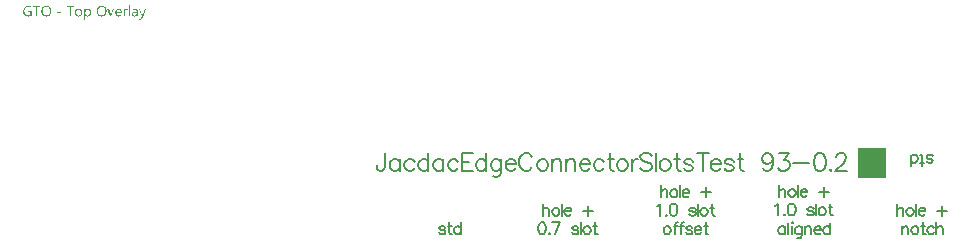
<source format=gto>
G04*
G04 #@! TF.GenerationSoftware,Altium Limited,Altium Designer,22.2.1 (43)*
G04*
G04 Layer_Color=65535*
%FSLAX44Y44*%
%MOMM*%
G71*
G04*
G04 #@! TF.SameCoordinates,D623FA85-85CE-4992-9740-CC304F3E23A8*
G04*
G04*
G04 #@! TF.FilePolarity,Positive*
G04*
G01*
G75*
%ADD10C,0.1500*%
%ADD11C,0.2000*%
%ADD12R,2.4797X2.5755*%
G36*
X177874Y279631D02*
X178000Y279623D01*
X178149Y279615D01*
X178306Y279600D01*
X178486Y279576D01*
X178675Y279553D01*
X178871Y279521D01*
X179075Y279482D01*
X179279Y279435D01*
X179483Y279380D01*
X179687Y279317D01*
X179891Y279247D01*
X180079Y279160D01*
X180079Y278006D01*
X180064Y278014D01*
X180032Y278038D01*
X179970Y278069D01*
X179891Y278116D01*
X179781Y278163D01*
X179656Y278226D01*
X179514Y278281D01*
X179350Y278352D01*
X179177Y278415D01*
X178981Y278477D01*
X178769Y278532D01*
X178541Y278579D01*
X178298Y278626D01*
X178047Y278658D01*
X177788Y278681D01*
X177513Y278689D01*
X177450Y278689D01*
X177372Y278681D01*
X177262Y278674D01*
X177136Y278658D01*
X176987Y278634D01*
X176822Y278603D01*
X176642Y278564D01*
X176453Y278509D01*
X176257Y278438D01*
X176053Y278352D01*
X175841Y278250D01*
X175637Y278132D01*
X175441Y277999D01*
X175245Y277834D01*
X175056Y277653D01*
X175049Y277645D01*
X175017Y277606D01*
X174970Y277551D01*
X174907Y277465D01*
X174837Y277363D01*
X174750Y277245D01*
X174664Y277096D01*
X174578Y276931D01*
X174491Y276751D01*
X174405Y276547D01*
X174319Y276327D01*
X174248Y276091D01*
X174185Y275840D01*
X174138Y275573D01*
X174107Y275283D01*
X174099Y274985D01*
X174099Y274977D01*
X174099Y274969D01*
X174099Y274946D01*
X174099Y274914D01*
X174099Y274867D01*
X174107Y274820D01*
X174114Y274702D01*
X174122Y274561D01*
X174146Y274396D01*
X174170Y274216D01*
X174209Y274019D01*
X174256Y273808D01*
X174319Y273588D01*
X174389Y273368D01*
X174476Y273140D01*
X174578Y272921D01*
X174695Y272709D01*
X174829Y272505D01*
X174986Y272316D01*
X174994Y272308D01*
X175025Y272277D01*
X175080Y272230D01*
X175151Y272167D01*
X175237Y272097D01*
X175347Y272010D01*
X175472Y271924D01*
X175621Y271838D01*
X175786Y271743D01*
X175967Y271657D01*
X176163Y271579D01*
X176383Y271500D01*
X176610Y271437D01*
X176861Y271390D01*
X177120Y271359D01*
X177403Y271351D01*
X177505Y271351D01*
X177576Y271359D01*
X177670Y271367D01*
X177772Y271374D01*
X177890Y271382D01*
X178023Y271406D01*
X178157Y271422D01*
X178306Y271453D01*
X178604Y271523D01*
X178761Y271571D01*
X178910Y271633D01*
X179059Y271696D01*
X179208Y271767D01*
X179208Y274270D01*
X177254Y274270D01*
X177254Y275220D01*
X180260Y275220D01*
X180260Y271170D01*
X180244Y271162D01*
X180197Y271139D01*
X180127Y271100D01*
X180025Y271053D01*
X179899Y270998D01*
X179750Y270935D01*
X179577Y270864D01*
X179381Y270794D01*
X179169Y270723D01*
X178934Y270652D01*
X178690Y270590D01*
X178431Y270535D01*
X178157Y270487D01*
X177866Y270448D01*
X177576Y270425D01*
X177270Y270417D01*
X177183Y270417D01*
X177144Y270425D01*
X177089Y270425D01*
X177026Y270433D01*
X176956Y270433D01*
X176791Y270456D01*
X176602Y270480D01*
X176399Y270519D01*
X176171Y270574D01*
X175928Y270637D01*
X175676Y270715D01*
X175417Y270817D01*
X175158Y270935D01*
X174899Y271076D01*
X174648Y271241D01*
X174405Y271429D01*
X174177Y271641D01*
X174162Y271657D01*
X174130Y271696D01*
X174067Y271767D01*
X173997Y271869D01*
X173903Y271987D01*
X173808Y272136D01*
X173699Y272316D01*
X173589Y272512D01*
X173479Y272732D01*
X173369Y272983D01*
X173275Y273250D01*
X173181Y273541D01*
X173110Y273847D01*
X173047Y274184D01*
X173016Y274537D01*
X173000Y274906D01*
X173000Y274914D01*
X173000Y274930D01*
X173000Y274961D01*
X173000Y275000D01*
X173008Y275047D01*
X173008Y275110D01*
X173016Y275173D01*
X173024Y275252D01*
X173031Y275338D01*
X173039Y275424D01*
X173071Y275628D01*
X173110Y275864D01*
X173165Y276107D01*
X173235Y276374D01*
X173322Y276649D01*
X173424Y276931D01*
X173549Y277214D01*
X173706Y277496D01*
X173879Y277779D01*
X174083Y278046D01*
X174311Y278305D01*
X174326Y278320D01*
X174373Y278360D01*
X174444Y278430D01*
X174546Y278517D01*
X174680Y278611D01*
X174829Y278729D01*
X175009Y278846D01*
X175221Y278972D01*
X175449Y279097D01*
X175700Y279215D01*
X175967Y279333D01*
X176265Y279427D01*
X176579Y279513D01*
X176909Y279584D01*
X177262Y279623D01*
X177631Y279639D01*
X177772Y279639D01*
X177874Y279631D01*
X177874Y279631D02*
G37*
G36*
X228074Y277080D02*
X228160Y277073D01*
X228262Y277065D01*
X228380Y277041D01*
X228513Y277017D01*
X228662Y276978D01*
X228811Y276931D01*
X228968Y276876D01*
X229125Y276806D01*
X229290Y276727D01*
X229447Y276625D01*
X229596Y276507D01*
X229745Y276374D01*
X229879Y276225D01*
X229887Y276217D01*
X229910Y276186D01*
X229942Y276138D01*
X229989Y276068D01*
X230036Y275982D01*
X230099Y275879D01*
X230161Y275754D01*
X230224Y275620D01*
X230287Y275464D01*
X230350Y275291D01*
X230413Y275103D01*
X230460Y274898D01*
X230507Y274679D01*
X230538Y274443D01*
X230562Y274192D01*
X230569Y273933D01*
X230569Y273925D01*
X230569Y273917D01*
X230569Y273894D01*
X230569Y273862D01*
X230562Y273776D01*
X230554Y273666D01*
X230546Y273533D01*
X230530Y273376D01*
X230507Y273203D01*
X230475Y273015D01*
X230428Y272819D01*
X230381Y272607D01*
X230318Y272395D01*
X230240Y272183D01*
X230154Y271971D01*
X230051Y271759D01*
X229926Y271563D01*
X229792Y271374D01*
X229785Y271367D01*
X229753Y271335D01*
X229714Y271288D01*
X229651Y271225D01*
X229573Y271155D01*
X229479Y271068D01*
X229361Y270982D01*
X229235Y270896D01*
X229094Y270809D01*
X228929Y270723D01*
X228757Y270637D01*
X228568Y270566D01*
X228364Y270503D01*
X228144Y270456D01*
X227909Y270425D01*
X227666Y270417D01*
X227611Y270417D01*
X227548Y270425D01*
X227461Y270433D01*
X227359Y270448D01*
X227242Y270472D01*
X227108Y270503D01*
X226959Y270550D01*
X226810Y270605D01*
X226653Y270676D01*
X226496Y270762D01*
X226331Y270864D01*
X226174Y270990D01*
X226025Y271131D01*
X225884Y271296D01*
X225751Y271484D01*
X225727Y271484D01*
X225727Y267638D01*
X224707Y267638D01*
X224707Y276939D01*
X225727Y276939D01*
X225727Y275817D01*
X225751Y275817D01*
X225758Y275832D01*
X225790Y275872D01*
X225829Y275934D01*
X225892Y276013D01*
X225970Y276115D01*
X226064Y276217D01*
X226182Y276335D01*
X226308Y276452D01*
X226457Y276570D01*
X226622Y276688D01*
X226802Y276790D01*
X226998Y276892D01*
X227210Y276970D01*
X227446Y277033D01*
X227689Y277073D01*
X227956Y277088D01*
X228011Y277088D01*
X228074Y277080D01*
X228074Y277080D02*
G37*
G36*
X260928Y277041D02*
X261014Y277041D01*
X261108Y277025D01*
X261210Y277010D01*
X261313Y276994D01*
X261399Y276963D01*
X261399Y275903D01*
X261383Y275911D01*
X261352Y275934D01*
X261289Y275966D01*
X261203Y276005D01*
X261085Y276044D01*
X260959Y276076D01*
X260802Y276099D01*
X260622Y276107D01*
X260559Y276107D01*
X260512Y276099D01*
X260457Y276091D01*
X260394Y276076D01*
X260245Y276029D01*
X260159Y275997D01*
X260072Y275958D01*
X259978Y275903D01*
X259884Y275848D01*
X259798Y275777D01*
X259704Y275691D01*
X259617Y275597D01*
X259531Y275487D01*
X259523Y275479D01*
X259515Y275456D01*
X259492Y275424D01*
X259460Y275377D01*
X259429Y275314D01*
X259390Y275236D01*
X259350Y275150D01*
X259311Y275047D01*
X259272Y274938D01*
X259233Y274812D01*
X259193Y274671D01*
X259162Y274522D01*
X259131Y274357D01*
X259107Y274184D01*
X259099Y274004D01*
X259091Y273808D01*
X259091Y270566D01*
X258071Y270566D01*
X258071Y276939D01*
X259091Y276939D01*
X259091Y275620D01*
X259115Y275620D01*
X259115Y275628D01*
X259123Y275652D01*
X259138Y275683D01*
X259154Y275730D01*
X259178Y275785D01*
X259209Y275856D01*
X259280Y276005D01*
X259374Y276178D01*
X259492Y276350D01*
X259625Y276515D01*
X259782Y276672D01*
X259790Y276680D01*
X259806Y276688D01*
X259829Y276704D01*
X259860Y276735D01*
X259900Y276758D01*
X259955Y276790D01*
X260072Y276861D01*
X260222Y276931D01*
X260394Y276994D01*
X260583Y277033D01*
X260685Y277041D01*
X260787Y277049D01*
X260849Y277049D01*
X260928Y277041D01*
X260928Y277041D02*
G37*
G36*
X205234Y273713D02*
X201836Y273713D01*
X201836Y274514D01*
X205234Y274514D01*
X205234Y273713D01*
X205234Y273713D02*
G37*
G36*
X274216Y269546D02*
X274216Y269538D01*
X274208Y269522D01*
X274192Y269499D01*
X274176Y269459D01*
X274161Y269412D01*
X274137Y269365D01*
X274074Y269240D01*
X273988Y269090D01*
X273894Y268918D01*
X273776Y268745D01*
X273643Y268557D01*
X273493Y268376D01*
X273329Y268196D01*
X273148Y268023D01*
X272952Y267874D01*
X272740Y267748D01*
X272630Y267701D01*
X272512Y267654D01*
X272395Y267615D01*
X272269Y267591D01*
X272144Y267576D01*
X272010Y267568D01*
X271947Y267568D01*
X271869Y267576D01*
X271775Y267576D01*
X271673Y267591D01*
X271563Y267607D01*
X271445Y267623D01*
X271343Y267654D01*
X271343Y268565D01*
X271359Y268557D01*
X271398Y268549D01*
X271461Y268533D01*
X271539Y268510D01*
X271633Y268486D01*
X271735Y268470D01*
X271845Y268463D01*
X271947Y268455D01*
X271979Y268455D01*
X272018Y268463D01*
X272073Y268470D01*
X272136Y268486D01*
X272214Y268502D01*
X272293Y268533D01*
X272387Y268572D01*
X272473Y268619D01*
X272575Y268682D01*
X272669Y268753D01*
X272764Y268839D01*
X272858Y268949D01*
X272952Y269067D01*
X273030Y269208D01*
X273109Y269373D01*
X273619Y270574D01*
X271131Y276939D01*
X272261Y276939D01*
X273988Y272034D01*
X273988Y272026D01*
X273996Y272010D01*
X274004Y271987D01*
X274019Y271940D01*
X274035Y271877D01*
X274051Y271790D01*
X274082Y271681D01*
X274114Y271547D01*
X274153Y271547D01*
X274153Y271555D01*
X274161Y271579D01*
X274168Y271610D01*
X274184Y271665D01*
X274200Y271728D01*
X274216Y271806D01*
X274247Y271908D01*
X274278Y272018D01*
X276091Y276939D01*
X277143Y276939D01*
X274216Y269546D01*
X274216Y269546D02*
G37*
G36*
X247774Y270566D02*
X246769Y270566D01*
X244359Y276939D01*
X245474Y276939D01*
X247099Y272308D01*
X247099Y272300D01*
X247106Y272285D01*
X247114Y272261D01*
X247130Y272222D01*
X247146Y272175D01*
X247162Y272128D01*
X247193Y272002D01*
X247232Y271869D01*
X247271Y271720D01*
X247295Y271563D01*
X247318Y271414D01*
X247342Y271414D01*
X247342Y271422D01*
X247342Y271437D01*
X247350Y271461D01*
X247358Y271492D01*
X247358Y271539D01*
X247373Y271586D01*
X247389Y271704D01*
X247421Y271838D01*
X247452Y271979D01*
X247499Y272128D01*
X247546Y272277D01*
X249233Y276939D01*
X250309Y276939D01*
X247774Y270566D01*
X247774Y270566D02*
G37*
G36*
X267999Y277080D02*
X268054Y277080D01*
X268109Y277073D01*
X268180Y277065D01*
X268258Y277049D01*
X268423Y277017D01*
X268619Y276963D01*
X268816Y276892D01*
X269028Y276790D01*
X269240Y276664D01*
X269342Y276594D01*
X269444Y276507D01*
X269538Y276413D01*
X269632Y276319D01*
X269718Y276209D01*
X269797Y276084D01*
X269875Y275958D01*
X269946Y275817D01*
X270001Y275660D01*
X270056Y275495D01*
X270095Y275322D01*
X270126Y275126D01*
X270142Y274930D01*
X270150Y274710D01*
X270150Y270566D01*
X269130Y270566D01*
X269130Y271555D01*
X269106Y271555D01*
X269098Y271539D01*
X269075Y271508D01*
X269035Y271453D01*
X268981Y271374D01*
X268910Y271288D01*
X268824Y271194D01*
X268729Y271092D01*
X268612Y270990D01*
X268478Y270880D01*
X268337Y270778D01*
X268172Y270684D01*
X267999Y270597D01*
X267803Y270519D01*
X267599Y270464D01*
X267379Y270433D01*
X267144Y270417D01*
X267050Y270417D01*
X266987Y270425D01*
X266908Y270433D01*
X266814Y270440D01*
X266712Y270456D01*
X266602Y270480D01*
X266359Y270542D01*
X266241Y270582D01*
X266116Y270629D01*
X265990Y270684D01*
X265872Y270754D01*
X265763Y270833D01*
X265653Y270919D01*
X265645Y270927D01*
X265629Y270943D01*
X265606Y270974D01*
X265566Y271013D01*
X265527Y271060D01*
X265488Y271123D01*
X265433Y271194D01*
X265386Y271272D01*
X265339Y271367D01*
X265292Y271469D01*
X265245Y271579D01*
X265205Y271696D01*
X265166Y271822D01*
X265143Y271955D01*
X265127Y272104D01*
X265119Y272253D01*
X265119Y272261D01*
X265119Y272277D01*
X265119Y272300D01*
X265127Y272332D01*
X265127Y272371D01*
X265135Y272418D01*
X265150Y272536D01*
X265182Y272677D01*
X265229Y272834D01*
X265292Y273007D01*
X265386Y273187D01*
X265496Y273368D01*
X265629Y273548D01*
X265716Y273635D01*
X265802Y273721D01*
X265904Y273808D01*
X266006Y273886D01*
X266124Y273964D01*
X266249Y274035D01*
X266383Y274098D01*
X266532Y274161D01*
X266689Y274216D01*
X266854Y274263D01*
X267034Y274302D01*
X267222Y274333D01*
X269130Y274600D01*
X269130Y274608D01*
X269130Y274616D01*
X269130Y274639D01*
X269130Y274671D01*
X269122Y274749D01*
X269106Y274851D01*
X269090Y274977D01*
X269059Y275118D01*
X269020Y275259D01*
X268965Y275416D01*
X268894Y275565D01*
X268808Y275715D01*
X268706Y275848D01*
X268580Y275974D01*
X268423Y276076D01*
X268251Y276154D01*
X268157Y276186D01*
X268047Y276209D01*
X267937Y276217D01*
X267819Y276225D01*
X267764Y276225D01*
X267709Y276217D01*
X267623Y276209D01*
X267521Y276201D01*
X267403Y276186D01*
X267270Y276162D01*
X267128Y276131D01*
X266971Y276084D01*
X266807Y276036D01*
X266634Y275974D01*
X266453Y275895D01*
X266273Y275801D01*
X266092Y275699D01*
X265912Y275581D01*
X265739Y275440D01*
X265739Y276484D01*
X265747Y276492D01*
X265778Y276507D01*
X265833Y276539D01*
X265904Y276578D01*
X265998Y276625D01*
X266100Y276672D01*
X266226Y276727D01*
X266367Y276790D01*
X266516Y276845D01*
X266681Y276900D01*
X266861Y276947D01*
X267050Y276994D01*
X267254Y277033D01*
X267458Y277065D01*
X267678Y277080D01*
X267905Y277088D01*
X267960Y277088D01*
X267999Y277080D01*
X267999Y277080D02*
G37*
G36*
X263526Y270566D02*
X262505Y270566D01*
X262505Y280000D01*
X263526Y280000D01*
X263526Y270566D01*
X263526Y270566D02*
G37*
G36*
X215971Y278540D02*
X213397Y278540D01*
X213397Y270566D01*
X212353Y270566D01*
X212353Y278540D01*
X209779Y278540D01*
X209779Y279490D01*
X215971Y279490D01*
X215971Y278540D01*
X215971Y278540D02*
G37*
G36*
X187606Y278540D02*
X185032Y278540D01*
X185032Y270566D01*
X183988Y270566D01*
X183988Y278540D01*
X181414Y278540D01*
X181414Y279490D01*
X187606Y279490D01*
X187606Y278540D01*
X187606Y278540D02*
G37*
G36*
X254029Y277080D02*
X254115Y277073D01*
X254225Y277065D01*
X254343Y277049D01*
X254476Y277017D01*
X254618Y276986D01*
X254775Y276947D01*
X254932Y276892D01*
X255089Y276821D01*
X255253Y276743D01*
X255410Y276649D01*
X255560Y276539D01*
X255709Y276413D01*
X255842Y276272D01*
X255850Y276264D01*
X255873Y276233D01*
X255905Y276186D01*
X255952Y276123D01*
X255999Y276044D01*
X256062Y275942D01*
X256125Y275825D01*
X256187Y275691D01*
X256250Y275534D01*
X256313Y275369D01*
X256376Y275181D01*
X256423Y274985D01*
X256470Y274765D01*
X256501Y274537D01*
X256525Y274286D01*
X256533Y274027D01*
X256533Y273493D01*
X252028Y273493D01*
X252028Y273478D01*
X252028Y273446D01*
X252035Y273391D01*
X252043Y273321D01*
X252051Y273227D01*
X252067Y273125D01*
X252083Y273015D01*
X252114Y272889D01*
X252185Y272622D01*
X252232Y272489D01*
X252287Y272348D01*
X252349Y272214D01*
X252420Y272081D01*
X252506Y271963D01*
X252600Y271845D01*
X252608Y271838D01*
X252624Y271822D01*
X252656Y271790D01*
X252703Y271759D01*
X252757Y271712D01*
X252828Y271665D01*
X252907Y271610D01*
X252993Y271563D01*
X253095Y271508D01*
X253213Y271453D01*
X253330Y271406D01*
X253472Y271359D01*
X253613Y271327D01*
X253770Y271296D01*
X253935Y271280D01*
X254107Y271272D01*
X254155Y271272D01*
X254209Y271280D01*
X254288Y271280D01*
X254382Y271296D01*
X254492Y271312D01*
X254618Y271335D01*
X254759Y271359D01*
X254908Y271398D01*
X255065Y271445D01*
X255230Y271500D01*
X255395Y271571D01*
X255567Y271649D01*
X255740Y271743D01*
X255913Y271853D01*
X256085Y271979D01*
X256085Y271021D01*
X256077Y271013D01*
X256046Y270998D01*
X255999Y270966D01*
X255936Y270927D01*
X255850Y270880D01*
X255748Y270833D01*
X255630Y270778D01*
X255497Y270723D01*
X255340Y270660D01*
X255175Y270605D01*
X254994Y270558D01*
X254798Y270511D01*
X254586Y270472D01*
X254359Y270440D01*
X254115Y270425D01*
X253864Y270417D01*
X253801Y270417D01*
X253739Y270425D01*
X253644Y270433D01*
X253527Y270440D01*
X253393Y270464D01*
X253252Y270487D01*
X253095Y270527D01*
X252930Y270574D01*
X252757Y270629D01*
X252577Y270699D01*
X252404Y270778D01*
X252224Y270880D01*
X252059Y270998D01*
X251894Y271131D01*
X251745Y271280D01*
X251737Y271288D01*
X251714Y271319D01*
X251674Y271374D01*
X251627Y271445D01*
X251565Y271531D01*
X251502Y271641D01*
X251431Y271767D01*
X251360Y271916D01*
X251290Y272073D01*
X251219Y272261D01*
X251156Y272458D01*
X251094Y272677D01*
X251047Y272913D01*
X251007Y273164D01*
X250984Y273439D01*
X250976Y273721D01*
X250976Y273729D01*
X250976Y273737D01*
X250976Y273760D01*
X250976Y273784D01*
X250984Y273862D01*
X250992Y273972D01*
X250999Y274098D01*
X251023Y274239D01*
X251047Y274404D01*
X251078Y274585D01*
X251125Y274773D01*
X251180Y274969D01*
X251251Y275173D01*
X251329Y275377D01*
X251423Y275573D01*
X251541Y275777D01*
X251667Y275966D01*
X251816Y276146D01*
X251824Y276154D01*
X251855Y276186D01*
X251902Y276233D01*
X251965Y276296D01*
X252051Y276366D01*
X252153Y276445D01*
X252263Y276531D01*
X252397Y276617D01*
X252538Y276704D01*
X252703Y276790D01*
X252875Y276868D01*
X253056Y276939D01*
X253252Y277002D01*
X253464Y277049D01*
X253684Y277080D01*
X253911Y277088D01*
X253966Y277088D01*
X254029Y277080D01*
X254029Y277080D02*
G37*
G36*
X239705Y279631D02*
X239760Y279631D01*
X239815Y279623D01*
X239886Y279623D01*
X240043Y279600D01*
X240223Y279576D01*
X240427Y279537D01*
X240647Y279482D01*
X240875Y279419D01*
X241118Y279333D01*
X241361Y279231D01*
X241612Y279113D01*
X241864Y278972D01*
X242099Y278807D01*
X242335Y278611D01*
X242554Y278391D01*
X242570Y278375D01*
X242601Y278336D01*
X242656Y278265D01*
X242735Y278163D01*
X242813Y278038D01*
X242915Y277889D01*
X243017Y277716D01*
X243119Y277520D01*
X243221Y277292D01*
X243323Y277049D01*
X243426Y276782D01*
X243512Y276492D01*
X243582Y276178D01*
X243637Y275848D01*
X243669Y275503D01*
X243685Y275134D01*
X243685Y275126D01*
X243685Y275110D01*
X243685Y275079D01*
X243685Y275040D01*
X243677Y274985D01*
X243677Y274922D01*
X243669Y274851D01*
X243669Y274773D01*
X243661Y274687D01*
X243653Y274592D01*
X243622Y274380D01*
X243590Y274137D01*
X243543Y273886D01*
X243480Y273611D01*
X243402Y273329D01*
X243308Y273046D01*
X243198Y272756D01*
X243064Y272473D01*
X242908Y272191D01*
X242727Y271932D01*
X242523Y271681D01*
X242507Y271665D01*
X242468Y271625D01*
X242405Y271563D01*
X242311Y271484D01*
X242193Y271390D01*
X242052Y271280D01*
X241895Y271170D01*
X241707Y271053D01*
X241495Y270935D01*
X241259Y270817D01*
X241008Y270707D01*
X240734Y270613D01*
X240435Y270535D01*
X240121Y270472D01*
X239784Y270433D01*
X239431Y270417D01*
X239344Y270417D01*
X239305Y270425D01*
X239250Y270425D01*
X239187Y270433D01*
X239117Y270440D01*
X238952Y270456D01*
X238771Y270480D01*
X238559Y270519D01*
X238340Y270574D01*
X238096Y270637D01*
X237853Y270723D01*
X237602Y270825D01*
X237343Y270943D01*
X237092Y271084D01*
X236848Y271257D01*
X236605Y271445D01*
X236385Y271665D01*
X236370Y271681D01*
X236338Y271720D01*
X236283Y271790D01*
X236205Y271892D01*
X236119Y272018D01*
X236024Y272167D01*
X235922Y272340D01*
X235820Y272544D01*
X235710Y272764D01*
X235608Y273007D01*
X235514Y273274D01*
X235428Y273564D01*
X235349Y273878D01*
X235294Y274208D01*
X235263Y274553D01*
X235247Y274922D01*
X235247Y274930D01*
X235247Y274946D01*
X235247Y274977D01*
X235247Y275016D01*
X235255Y275071D01*
X235255Y275126D01*
X235263Y275197D01*
X235263Y275275D01*
X235271Y275361D01*
X235287Y275464D01*
X235310Y275668D01*
X235341Y275903D01*
X235396Y276154D01*
X235451Y276429D01*
X235530Y276704D01*
X235624Y276986D01*
X235734Y277276D01*
X235867Y277559D01*
X236024Y277834D01*
X236205Y278101D01*
X236409Y278352D01*
X236425Y278368D01*
X236464Y278407D01*
X236527Y278470D01*
X236621Y278556D01*
X236738Y278650D01*
X236888Y278760D01*
X237052Y278878D01*
X237241Y278995D01*
X237461Y279113D01*
X237696Y279231D01*
X237955Y279341D01*
X238238Y279435D01*
X238544Y279521D01*
X238866Y279584D01*
X239211Y279623D01*
X239580Y279639D01*
X239658Y279639D01*
X239705Y279631D01*
X239705Y279631D02*
G37*
G36*
X220186Y277080D02*
X220288Y277073D01*
X220406Y277065D01*
X220547Y277041D01*
X220696Y277017D01*
X220861Y276978D01*
X221041Y276931D01*
X221222Y276876D01*
X221402Y276806D01*
X221591Y276719D01*
X221771Y276617D01*
X221952Y276500D01*
X222117Y276366D01*
X222274Y276209D01*
X222281Y276201D01*
X222305Y276170D01*
X222344Y276115D01*
X222399Y276044D01*
X222462Y275958D01*
X222525Y275848D01*
X222603Y275723D01*
X222674Y275573D01*
X222752Y275409D01*
X222823Y275228D01*
X222886Y275032D01*
X222948Y274812D01*
X223004Y274577D01*
X223043Y274326D01*
X223066Y274059D01*
X223074Y273776D01*
X223074Y273768D01*
X223074Y273760D01*
X223074Y273737D01*
X223074Y273705D01*
X223066Y273627D01*
X223058Y273525D01*
X223051Y273391D01*
X223027Y273242D01*
X223004Y273078D01*
X222964Y272897D01*
X222917Y272709D01*
X222862Y272505D01*
X222792Y272300D01*
X222713Y272097D01*
X222611Y271892D01*
X222493Y271696D01*
X222360Y271508D01*
X222211Y271327D01*
X222203Y271319D01*
X222171Y271288D01*
X222124Y271241D01*
X222054Y271186D01*
X221968Y271115D01*
X221865Y271037D01*
X221740Y270958D01*
X221599Y270872D01*
X221442Y270786D01*
X221269Y270707D01*
X221081Y270629D01*
X220877Y270558D01*
X220649Y270503D01*
X220413Y270456D01*
X220170Y270425D01*
X219903Y270417D01*
X219841Y270417D01*
X219770Y270425D01*
X219668Y270433D01*
X219550Y270440D01*
X219409Y270464D01*
X219260Y270487D01*
X219095Y270527D01*
X218914Y270574D01*
X218734Y270637D01*
X218545Y270707D01*
X218357Y270794D01*
X218169Y270896D01*
X217980Y271013D01*
X217808Y271147D01*
X217643Y271304D01*
X217635Y271312D01*
X217604Y271343D01*
X217564Y271398D01*
X217509Y271469D01*
X217447Y271555D01*
X217376Y271665D01*
X217305Y271790D01*
X217227Y271940D01*
X217148Y272097D01*
X217070Y272277D01*
X216999Y272473D01*
X216936Y272685D01*
X216882Y272905D01*
X216842Y273148D01*
X216811Y273407D01*
X216803Y273674D01*
X216803Y273682D01*
X216803Y273690D01*
X216803Y273713D01*
X216803Y273745D01*
X216811Y273831D01*
X216819Y273941D01*
X216827Y274074D01*
X216850Y274231D01*
X216874Y274404D01*
X216913Y274592D01*
X216960Y274788D01*
X217015Y274993D01*
X217086Y275205D01*
X217172Y275416D01*
X217274Y275620D01*
X217384Y275817D01*
X217517Y276005D01*
X217674Y276186D01*
X217682Y276193D01*
X217714Y276225D01*
X217768Y276272D01*
X217839Y276327D01*
X217925Y276397D01*
X218035Y276468D01*
X218161Y276555D01*
X218302Y276641D01*
X218459Y276719D01*
X218640Y276806D01*
X218836Y276876D01*
X219048Y276947D01*
X219275Y277002D01*
X219519Y277049D01*
X219778Y277080D01*
X220052Y277088D01*
X220115Y277088D01*
X220186Y277080D01*
X220186Y277080D02*
G37*
G36*
X192880Y279631D02*
X192936Y279631D01*
X192990Y279623D01*
X193061Y279623D01*
X193218Y279600D01*
X193398Y279576D01*
X193603Y279537D01*
X193822Y279482D01*
X194050Y279419D01*
X194293Y279333D01*
X194537Y279231D01*
X194788Y279113D01*
X195039Y278972D01*
X195274Y278807D01*
X195510Y278611D01*
X195730Y278391D01*
X195745Y278375D01*
X195777Y278336D01*
X195832Y278265D01*
X195910Y278163D01*
X195989Y278038D01*
X196091Y277889D01*
X196193Y277716D01*
X196295Y277520D01*
X196397Y277292D01*
X196499Y277049D01*
X196601Y276782D01*
X196687Y276492D01*
X196758Y276178D01*
X196813Y275848D01*
X196844Y275503D01*
X196860Y275134D01*
X196860Y275126D01*
X196860Y275110D01*
X196860Y275079D01*
X196860Y275040D01*
X196852Y274985D01*
X196852Y274922D01*
X196844Y274851D01*
X196844Y274773D01*
X196836Y274687D01*
X196828Y274592D01*
X196797Y274380D01*
X196766Y274137D01*
X196719Y273886D01*
X196656Y273611D01*
X196577Y273329D01*
X196483Y273046D01*
X196373Y272756D01*
X196240Y272473D01*
X196083Y272191D01*
X195902Y271932D01*
X195698Y271681D01*
X195683Y271665D01*
X195643Y271625D01*
X195581Y271563D01*
X195486Y271484D01*
X195368Y271390D01*
X195227Y271280D01*
X195070Y271170D01*
X194882Y271053D01*
X194670Y270935D01*
X194435Y270817D01*
X194183Y270707D01*
X193909Y270613D01*
X193610Y270535D01*
X193297Y270472D01*
X192959Y270433D01*
X192606Y270417D01*
X192519Y270417D01*
X192480Y270425D01*
X192425Y270425D01*
X192362Y270433D01*
X192292Y270440D01*
X192127Y270456D01*
X191947Y270480D01*
X191735Y270519D01*
X191515Y270574D01*
X191272Y270637D01*
X191028Y270723D01*
X190777Y270825D01*
X190518Y270943D01*
X190267Y271084D01*
X190024Y271257D01*
X189780Y271445D01*
X189561Y271665D01*
X189545Y271681D01*
X189513Y271720D01*
X189459Y271790D01*
X189380Y271892D01*
X189294Y272018D01*
X189200Y272167D01*
X189097Y272340D01*
X188995Y272544D01*
X188886Y272764D01*
X188784Y273007D01*
X188689Y273274D01*
X188603Y273564D01*
X188525Y273878D01*
X188470Y274208D01*
X188438Y274553D01*
X188423Y274922D01*
X188423Y274930D01*
X188423Y274946D01*
X188423Y274977D01*
X188423Y275016D01*
X188430Y275071D01*
X188430Y275126D01*
X188438Y275197D01*
X188438Y275275D01*
X188446Y275361D01*
X188462Y275464D01*
X188485Y275668D01*
X188517Y275903D01*
X188572Y276154D01*
X188627Y276429D01*
X188705Y276704D01*
X188799Y276986D01*
X188909Y277276D01*
X189043Y277559D01*
X189200Y277834D01*
X189380Y278101D01*
X189584Y278352D01*
X189600Y278368D01*
X189639Y278407D01*
X189702Y278470D01*
X189796Y278556D01*
X189914Y278650D01*
X190063Y278760D01*
X190228Y278878D01*
X190416Y278995D01*
X190636Y279113D01*
X190871Y279231D01*
X191130Y279341D01*
X191413Y279435D01*
X191719Y279521D01*
X192041Y279584D01*
X192386Y279623D01*
X192755Y279639D01*
X192833Y279639D01*
X192880Y279631D01*
X192880Y279631D02*
G37*
%LPC*%
G36*
X227705Y276225D02*
X227618Y276225D01*
X227556Y276217D01*
X227477Y276209D01*
X227391Y276193D01*
X227297Y276170D01*
X227187Y276146D01*
X227077Y276115D01*
X226959Y276076D01*
X226841Y276021D01*
X226724Y275966D01*
X226606Y275895D01*
X226488Y275809D01*
X226371Y275715D01*
X226269Y275605D01*
X226261Y275597D01*
X226245Y275573D01*
X226221Y275542D01*
X226182Y275495D01*
X226143Y275432D01*
X226096Y275361D01*
X226049Y275275D01*
X226002Y275181D01*
X225947Y275071D01*
X225900Y274953D01*
X225853Y274828D01*
X225813Y274687D01*
X225774Y274537D01*
X225751Y274388D01*
X225735Y274223D01*
X225727Y274051D01*
X225727Y273164D01*
X225727Y273156D01*
X225727Y273132D01*
X225727Y273085D01*
X225735Y273030D01*
X225743Y272960D01*
X225751Y272881D01*
X225766Y272795D01*
X225790Y272701D01*
X225853Y272489D01*
X225892Y272379D01*
X225939Y272261D01*
X226002Y272151D01*
X226072Y272034D01*
X226151Y271924D01*
X226237Y271822D01*
X226245Y271814D01*
X226261Y271798D01*
X226292Y271775D01*
X226331Y271735D01*
X226378Y271696D01*
X226441Y271649D01*
X226512Y271602D01*
X226598Y271547D01*
X226684Y271500D01*
X226786Y271445D01*
X226896Y271398D01*
X227006Y271359D01*
X227132Y271319D01*
X227265Y271296D01*
X227407Y271280D01*
X227548Y271272D01*
X227587Y271272D01*
X227634Y271280D01*
X227705Y271280D01*
X227775Y271296D01*
X227870Y271312D01*
X227972Y271335D01*
X228074Y271359D01*
X228191Y271398D01*
X228309Y271445D01*
X228427Y271500D01*
X228552Y271571D01*
X228670Y271649D01*
X228788Y271743D01*
X228898Y271853D01*
X229000Y271979D01*
X229008Y271987D01*
X229023Y272010D01*
X229047Y272049D01*
X229086Y272112D01*
X229125Y272183D01*
X229165Y272269D01*
X229212Y272379D01*
X229267Y272497D01*
X229314Y272630D01*
X229361Y272779D01*
X229400Y272936D01*
X229447Y273117D01*
X229479Y273305D01*
X229502Y273509D01*
X229518Y273729D01*
X229526Y273957D01*
X229526Y273972D01*
X229526Y274004D01*
X229526Y274059D01*
X229518Y274129D01*
X229510Y274223D01*
X229502Y274326D01*
X229486Y274435D01*
X229463Y274561D01*
X229408Y274828D01*
X229369Y274969D01*
X229314Y275103D01*
X229259Y275244D01*
X229196Y275377D01*
X229118Y275503D01*
X229031Y275620D01*
X229023Y275628D01*
X229008Y275644D01*
X228984Y275675D01*
X228945Y275715D01*
X228890Y275762D01*
X228835Y275809D01*
X228764Y275864D01*
X228686Y275927D01*
X228592Y275982D01*
X228498Y276036D01*
X228388Y276084D01*
X228270Y276131D01*
X228136Y276170D01*
X228003Y276201D01*
X227862Y276217D01*
X227705Y276225D01*
X227705Y276225D02*
G37*
G36*
X269130Y273784D02*
X267591Y273572D01*
X267584Y273572D01*
X267560Y273564D01*
X267521Y273564D01*
X267474Y273556D01*
X267419Y273541D01*
X267348Y273525D01*
X267191Y273493D01*
X267018Y273446D01*
X266846Y273384D01*
X266673Y273305D01*
X266595Y273266D01*
X266524Y273219D01*
X266508Y273203D01*
X266469Y273172D01*
X266406Y273109D01*
X266343Y273015D01*
X266281Y272889D01*
X266249Y272819D01*
X266218Y272740D01*
X266194Y272654D01*
X266179Y272552D01*
X266171Y272450D01*
X266163Y272332D01*
X266163Y272324D01*
X266163Y272308D01*
X266163Y272285D01*
X266171Y272253D01*
X266179Y272167D01*
X266202Y272057D01*
X266241Y271940D01*
X266304Y271806D01*
X266383Y271681D01*
X266493Y271563D01*
X266500Y271563D01*
X266508Y271547D01*
X266555Y271516D01*
X266626Y271469D01*
X266728Y271422D01*
X266861Y271367D01*
X267011Y271319D01*
X267191Y271288D01*
X267387Y271272D01*
X267458Y271272D01*
X267513Y271280D01*
X267576Y271288D01*
X267654Y271304D01*
X267733Y271319D01*
X267827Y271343D01*
X268023Y271406D01*
X268125Y271445D01*
X268235Y271500D01*
X268337Y271563D01*
X268439Y271633D01*
X268541Y271712D01*
X268635Y271806D01*
X268643Y271814D01*
X268659Y271830D01*
X268682Y271861D01*
X268714Y271900D01*
X268753Y271955D01*
X268792Y272018D01*
X268839Y272089D01*
X268886Y272175D01*
X268926Y272269D01*
X268973Y272371D01*
X269012Y272481D01*
X269051Y272599D01*
X269083Y272724D01*
X269106Y272858D01*
X269122Y272999D01*
X269130Y273148D01*
X269130Y273784D01*
X269130Y273784D02*
G37*
G36*
X253896Y276225D02*
X253825Y276225D01*
X253778Y276217D01*
X253715Y276209D01*
X253637Y276201D01*
X253558Y276186D01*
X253472Y276162D01*
X253276Y276099D01*
X253174Y276060D01*
X253071Y276005D01*
X252969Y275950D01*
X252859Y275879D01*
X252765Y275801D01*
X252663Y275707D01*
X252656Y275699D01*
X252640Y275683D01*
X252616Y275652D01*
X252585Y275613D01*
X252546Y275558D01*
X252498Y275503D01*
X252451Y275424D01*
X252397Y275346D01*
X252341Y275252D01*
X252294Y275150D01*
X252239Y275040D01*
X252192Y274922D01*
X252145Y274788D01*
X252106Y274655D01*
X252067Y274506D01*
X252043Y274357D01*
X255489Y274357D01*
X255489Y274365D01*
X255489Y274396D01*
X255489Y274443D01*
X255481Y274506D01*
X255473Y274577D01*
X255465Y274663D01*
X255450Y274757D01*
X255434Y274859D01*
X255379Y275079D01*
X255301Y275314D01*
X255253Y275424D01*
X255198Y275534D01*
X255136Y275636D01*
X255057Y275730D01*
X255049Y275738D01*
X255042Y275754D01*
X255018Y275777D01*
X254979Y275809D01*
X254939Y275848D01*
X254884Y275887D01*
X254830Y275934D01*
X254759Y275982D01*
X254680Y276021D01*
X254594Y276068D01*
X254492Y276107D01*
X254390Y276146D01*
X254280Y276178D01*
X254162Y276201D01*
X254029Y276217D01*
X253896Y276225D01*
X253896Y276225D02*
G37*
G36*
X239501Y278689D02*
X239438Y278689D01*
X239368Y278681D01*
X239266Y278674D01*
X239148Y278658D01*
X239007Y278634D01*
X238858Y278603D01*
X238693Y278564D01*
X238512Y278509D01*
X238324Y278446D01*
X238136Y278360D01*
X237947Y278265D01*
X237751Y278148D01*
X237570Y278014D01*
X237390Y277857D01*
X237217Y277677D01*
X237209Y277669D01*
X237178Y277630D01*
X237139Y277575D01*
X237084Y277496D01*
X237013Y277394D01*
X236943Y277269D01*
X236864Y277127D01*
X236786Y276963D01*
X236699Y276782D01*
X236621Y276578D01*
X236550Y276358D01*
X236479Y276123D01*
X236425Y275872D01*
X236385Y275597D01*
X236354Y275314D01*
X236346Y275008D01*
X236346Y275000D01*
X236346Y274993D01*
X236346Y274969D01*
X236346Y274938D01*
X236346Y274898D01*
X236354Y274851D01*
X236362Y274734D01*
X236370Y274592D01*
X236393Y274435D01*
X236417Y274255D01*
X236456Y274059D01*
X236495Y273855D01*
X236558Y273635D01*
X236621Y273415D01*
X236707Y273195D01*
X236801Y272976D01*
X236919Y272756D01*
X237052Y272552D01*
X237202Y272355D01*
X237209Y272348D01*
X237241Y272316D01*
X237288Y272261D01*
X237359Y272199D01*
X237445Y272120D01*
X237547Y272041D01*
X237665Y271947D01*
X237798Y271853D01*
X237955Y271759D01*
X238120Y271673D01*
X238308Y271586D01*
X238505Y271508D01*
X238716Y271445D01*
X238944Y271398D01*
X239179Y271359D01*
X239431Y271351D01*
X239493Y271351D01*
X239572Y271359D01*
X239674Y271367D01*
X239799Y271382D01*
X239941Y271398D01*
X240098Y271429D01*
X240270Y271469D01*
X240451Y271523D01*
X240639Y271586D01*
X240835Y271665D01*
X241024Y271759D01*
X241220Y271861D01*
X241401Y271994D01*
X241581Y272144D01*
X241746Y272308D01*
X241754Y272316D01*
X241785Y272355D01*
X241824Y272410D01*
X241879Y272489D01*
X241942Y272583D01*
X242013Y272701D01*
X242091Y272842D01*
X242170Y273007D01*
X242248Y273187D01*
X242327Y273384D01*
X242397Y273603D01*
X242460Y273847D01*
X242515Y274106D01*
X242554Y274380D01*
X242586Y274679D01*
X242594Y274993D01*
X242594Y275000D01*
X242594Y275016D01*
X242594Y275040D01*
X242594Y275071D01*
X242594Y275110D01*
X242586Y275165D01*
X242578Y275283D01*
X242570Y275432D01*
X242547Y275605D01*
X242523Y275793D01*
X242491Y275997D01*
X242444Y276209D01*
X242390Y276437D01*
X242327Y276664D01*
X242248Y276892D01*
X242154Y277112D01*
X242044Y277332D01*
X241919Y277535D01*
X241770Y277724D01*
X241762Y277732D01*
X241730Y277763D01*
X241683Y277810D01*
X241620Y277873D01*
X241534Y277952D01*
X241432Y278030D01*
X241314Y278116D01*
X241181Y278211D01*
X241024Y278297D01*
X240851Y278383D01*
X240671Y278470D01*
X240467Y278540D01*
X240247Y278603D01*
X240011Y278650D01*
X239768Y278681D01*
X239501Y278689D01*
X239501Y278689D02*
G37*
G36*
X219974Y276225D02*
X219935Y276225D01*
X219880Y276217D01*
X219809Y276217D01*
X219731Y276201D01*
X219636Y276193D01*
X219527Y276170D01*
X219409Y276138D01*
X219291Y276107D01*
X219165Y276060D01*
X219032Y276005D01*
X218906Y275942D01*
X218773Y275864D01*
X218647Y275777D01*
X218530Y275675D01*
X218420Y275558D01*
X218412Y275550D01*
X218396Y275526D01*
X218365Y275487D01*
X218333Y275432D01*
X218286Y275369D01*
X218239Y275283D01*
X218184Y275189D01*
X218137Y275079D01*
X218082Y274953D01*
X218027Y274812D01*
X217980Y274663D01*
X217933Y274498D01*
X217902Y274318D01*
X217871Y274129D01*
X217855Y273925D01*
X217847Y273713D01*
X217847Y273698D01*
X217847Y273666D01*
X217855Y273603D01*
X217855Y273525D01*
X217863Y273431D01*
X217878Y273321D01*
X217894Y273195D01*
X217918Y273062D01*
X217949Y272921D01*
X217988Y272779D01*
X218035Y272630D01*
X218090Y272481D01*
X218153Y272332D01*
X218232Y272191D01*
X218318Y272049D01*
X218420Y271924D01*
X218428Y271916D01*
X218443Y271892D01*
X218483Y271861D01*
X218530Y271822D01*
X218585Y271775D01*
X218655Y271720D01*
X218742Y271657D01*
X218836Y271602D01*
X218938Y271539D01*
X219056Y271476D01*
X219181Y271422D01*
X219322Y271374D01*
X219472Y271335D01*
X219629Y271304D01*
X219793Y271280D01*
X219974Y271272D01*
X220021Y271272D01*
X220068Y271280D01*
X220139Y271280D01*
X220217Y271296D01*
X220311Y271304D01*
X220421Y271327D01*
X220539Y271351D01*
X220657Y271382D01*
X220782Y271429D01*
X220908Y271476D01*
X221033Y271539D01*
X221159Y271610D01*
X221277Y271696D01*
X221395Y271798D01*
X221497Y271908D01*
X221504Y271916D01*
X221520Y271940D01*
X221544Y271979D01*
X221583Y272026D01*
X221622Y272097D01*
X221669Y272175D01*
X221716Y272269D01*
X221763Y272379D01*
X221810Y272505D01*
X221865Y272638D01*
X221905Y272787D01*
X221944Y272952D01*
X221983Y273125D01*
X222007Y273321D01*
X222022Y273525D01*
X222030Y273737D01*
X222030Y273752D01*
X222030Y273792D01*
X222030Y273855D01*
X222022Y273933D01*
X222015Y274035D01*
X221999Y274145D01*
X221983Y274278D01*
X221968Y274412D01*
X221897Y274710D01*
X221858Y274859D01*
X221803Y275016D01*
X221748Y275165D01*
X221669Y275306D01*
X221591Y275448D01*
X221497Y275573D01*
X221489Y275581D01*
X221473Y275605D01*
X221442Y275636D01*
X221395Y275675D01*
X221340Y275723D01*
X221277Y275777D01*
X221198Y275840D01*
X221104Y275903D01*
X221002Y275958D01*
X220892Y276021D01*
X220767Y276076D01*
X220633Y276123D01*
X220484Y276162D01*
X220327Y276193D01*
X220154Y276217D01*
X219974Y276225D01*
X219974Y276225D02*
G37*
G36*
X192677Y278689D02*
X192614Y278689D01*
X192543Y278681D01*
X192441Y278674D01*
X192323Y278658D01*
X192182Y278634D01*
X192033Y278603D01*
X191868Y278564D01*
X191688Y278509D01*
X191499Y278446D01*
X191311Y278360D01*
X191122Y278265D01*
X190926Y278148D01*
X190746Y278014D01*
X190565Y277857D01*
X190392Y277677D01*
X190385Y277669D01*
X190353Y277630D01*
X190314Y277575D01*
X190259Y277496D01*
X190189Y277394D01*
X190118Y277269D01*
X190039Y277127D01*
X189961Y276963D01*
X189874Y276782D01*
X189796Y276578D01*
X189725Y276358D01*
X189655Y276123D01*
X189600Y275872D01*
X189561Y275597D01*
X189529Y275314D01*
X189521Y275008D01*
X189521Y275000D01*
X189521Y274993D01*
X189521Y274969D01*
X189521Y274938D01*
X189521Y274898D01*
X189529Y274851D01*
X189537Y274734D01*
X189545Y274592D01*
X189568Y274435D01*
X189592Y274255D01*
X189631Y274059D01*
X189671Y273855D01*
X189733Y273635D01*
X189796Y273415D01*
X189882Y273195D01*
X189977Y272976D01*
X190094Y272756D01*
X190228Y272552D01*
X190377Y272355D01*
X190385Y272348D01*
X190416Y272316D01*
X190463Y272261D01*
X190534Y272199D01*
X190620Y272120D01*
X190722Y272041D01*
X190840Y271947D01*
X190973Y271853D01*
X191130Y271759D01*
X191295Y271673D01*
X191483Y271586D01*
X191680Y271508D01*
X191892Y271445D01*
X192119Y271398D01*
X192355Y271359D01*
X192606Y271351D01*
X192669Y271351D01*
X192747Y271359D01*
X192849Y271367D01*
X192975Y271382D01*
X193116Y271398D01*
X193273Y271429D01*
X193446Y271469D01*
X193626Y271523D01*
X193815Y271586D01*
X194011Y271665D01*
X194199Y271759D01*
X194395Y271861D01*
X194576Y271994D01*
X194756Y272144D01*
X194921Y272308D01*
X194929Y272316D01*
X194960Y272355D01*
X195000Y272410D01*
X195055Y272489D01*
X195117Y272583D01*
X195188Y272701D01*
X195266Y272842D01*
X195345Y273007D01*
X195424Y273187D01*
X195502Y273384D01*
X195573Y273603D01*
X195635Y273847D01*
X195690Y274106D01*
X195730Y274380D01*
X195761Y274679D01*
X195769Y274993D01*
X195769Y275000D01*
X195769Y275016D01*
X195769Y275040D01*
X195769Y275071D01*
X195769Y275110D01*
X195761Y275165D01*
X195753Y275283D01*
X195745Y275432D01*
X195722Y275605D01*
X195698Y275793D01*
X195667Y275997D01*
X195620Y276209D01*
X195565Y276437D01*
X195502Y276664D01*
X195424Y276892D01*
X195329Y277112D01*
X195219Y277332D01*
X195094Y277535D01*
X194945Y277724D01*
X194937Y277732D01*
X194905Y277763D01*
X194858Y277810D01*
X194796Y277873D01*
X194709Y277952D01*
X194607Y278030D01*
X194489Y278116D01*
X194356Y278211D01*
X194199Y278297D01*
X194026Y278383D01*
X193846Y278470D01*
X193642Y278540D01*
X193422Y278603D01*
X193187Y278650D01*
X192943Y278681D01*
X192677Y278689D01*
X192677Y278689D02*
G37*
%LPD*%
D10*
X525595Y86674D02*
X525119Y87626D01*
X525595Y86674D02*
X527024Y86198D01*
X528452Y86198D01*
X529880Y86674D01*
X530356Y87626D01*
X530356Y88102D01*
X529880Y89054D01*
X528928Y89531D01*
X526547Y90007D01*
X525595Y90483D01*
X525119Y91435D01*
X525595Y92387D01*
X527024Y92863D01*
X528452Y92863D01*
X529880Y92387D01*
X530356Y91435D01*
X532451Y92863D02*
X535784Y92863D01*
X539116Y92387D02*
X538164Y91435D01*
X537688Y90007D01*
X537688Y89054D01*
X538164Y87626D01*
X539116Y86674D01*
X540068Y86198D01*
X541497Y86198D01*
X542449Y86674D01*
X543401Y87626D01*
X543401Y86198D02*
X543401Y96196D01*
X543401Y91435D02*
X542449Y92387D01*
X541497Y92863D01*
X540068Y92863D01*
X539116Y92387D01*
X536260Y86198D02*
X535307Y86198D01*
X534355Y86674D01*
X533879Y88102D01*
X533879Y96196D01*
X610479Y95720D02*
X609527Y94291D01*
X609051Y91911D01*
X609051Y90483D01*
X609527Y88102D01*
X610479Y86674D01*
X611908Y86198D01*
X612860Y86198D01*
X614288Y86674D01*
X615240Y88102D01*
X615716Y90483D01*
X615716Y91911D01*
X615240Y94291D01*
X614288Y95720D01*
X612860Y96196D01*
X611908Y96196D01*
X610479Y95720D01*
X612955Y101795D02*
X612955Y111793D01*
X614383Y107985D02*
X615336Y108461D01*
X616764Y108461D01*
X617716Y107985D01*
X618192Y106556D01*
X618192Y101795D01*
X621287Y103224D02*
X622239Y102271D01*
X623191Y101795D01*
X624619Y101795D01*
X625571Y102271D01*
X626524Y103224D01*
X627000Y104652D01*
X627000Y105604D01*
X626524Y107032D01*
X625571Y107985D01*
X624619Y108461D01*
X623191Y108461D01*
X622239Y107985D01*
X621287Y107032D01*
X620811Y105604D01*
X620811Y104652D01*
X621287Y103224D01*
X621096Y96196D02*
X627761Y96196D01*
X623000Y86198D01*
X618430Y86198D02*
X618906Y86674D01*
X618430Y87150D01*
X617954Y86674D01*
X618430Y86198D01*
X638331Y86674D02*
X637854Y87626D01*
X638331Y86674D02*
X639759Y86198D01*
X641187Y86198D01*
X642615Y86674D01*
X643091Y87626D01*
X643091Y88102D01*
X642615Y89054D01*
X641663Y89531D01*
X639283Y90007D01*
X638331Y90483D01*
X637854Y91435D01*
X638331Y92387D01*
X639759Y92863D01*
X641187Y92863D01*
X642615Y92387D01*
X643091Y91435D01*
X647757Y91435D02*
X647281Y90007D01*
X647281Y89054D01*
X647757Y87626D01*
X648709Y86674D01*
X649661Y86198D01*
X651090Y86198D01*
X652042Y86674D01*
X652994Y87626D01*
X653470Y89054D01*
X653470Y90007D01*
X652994Y91435D01*
X652042Y92387D01*
X651090Y92863D01*
X649661Y92863D01*
X648709Y92387D01*
X647757Y91435D01*
X645186Y96196D02*
X645186Y86198D01*
X657564Y86674D02*
X658517Y86198D01*
X659469Y86198D01*
X657564Y86674D02*
X657088Y88102D01*
X657088Y96196D01*
X655660Y92863D02*
X658993Y92863D01*
X651280Y101795D02*
X651280Y110365D01*
X636521Y107508D02*
X636045Y107985D01*
X635093Y108461D01*
X633665Y108461D01*
X632713Y107985D01*
X631760Y107032D01*
X631284Y105604D01*
X636997Y105604D01*
X636997Y106556D01*
X636521Y107508D01*
X629190Y111793D02*
X629190Y101795D01*
X631760Y103224D02*
X632713Y102271D01*
X633665Y101795D01*
X635093Y101795D01*
X636045Y102271D01*
X636997Y103224D01*
X631760Y103224D02*
X631284Y104652D01*
X631284Y105604D01*
X646995Y106080D02*
X655565Y106080D01*
X612955Y106556D02*
X614383Y107985D01*
X712217Y101795D02*
X712217Y111793D01*
X710789Y110365D01*
X709837Y109889D01*
X712955Y117393D02*
X712955Y127391D01*
X712955Y122154D02*
X714383Y123582D01*
X715335Y124058D01*
X716764Y124058D01*
X717716Y123582D01*
X718192Y122154D01*
X718192Y117393D01*
X721287Y118821D02*
X722239Y117869D01*
X723191Y117393D01*
X724619Y117393D01*
X725571Y117869D01*
X726524Y118821D01*
X727000Y120249D01*
X727000Y121201D01*
X726524Y122630D01*
X725571Y123582D01*
X724619Y124058D01*
X723191Y124058D01*
X722239Y123582D01*
X721287Y122630D01*
X720810Y121201D01*
X720810Y120249D01*
X721287Y118821D01*
X721739Y111317D02*
X720787Y109889D01*
X720311Y107508D01*
X720311Y106080D01*
X720787Y103700D01*
X721739Y102271D01*
X723167Y101795D01*
X724119Y101795D01*
X725548Y102271D01*
X726500Y103700D01*
X726976Y106080D01*
X726976Y107508D01*
X726500Y109889D01*
X725548Y111317D01*
X724119Y111793D01*
X723167Y111793D01*
X721739Y111317D01*
X729190Y117393D02*
X729190Y127391D01*
X732713Y123582D02*
X731760Y122630D01*
X731284Y121201D01*
X736998Y121201D01*
X736998Y122154D01*
X736521Y123106D01*
X736045Y123582D01*
X735093Y124058D01*
X733665Y124058D01*
X732713Y123582D01*
X731284Y121201D02*
X731284Y120249D01*
X731760Y118821D01*
X732713Y117869D01*
X733665Y117393D01*
X735093Y117393D01*
X736045Y117869D01*
X736998Y118821D01*
X737545Y107985D02*
X737069Y107032D01*
X737545Y106080D01*
X738497Y105604D01*
X740878Y105128D01*
X741830Y104652D01*
X742306Y103700D01*
X742306Y103224D01*
X741830Y102271D01*
X740402Y101795D01*
X738973Y101795D01*
X737545Y102271D01*
X737069Y103224D01*
X744401Y101795D02*
X744401Y111793D01*
X741830Y107985D02*
X740402Y108461D01*
X738973Y108461D01*
X737545Y107985D01*
X741830Y107985D02*
X742306Y107032D01*
X746972Y107032D02*
X746496Y105604D01*
X746496Y104652D01*
X746972Y103224D01*
X747924Y102271D01*
X748876Y101795D01*
X750304Y101795D01*
X751256Y102271D01*
X752209Y103224D01*
X752685Y104652D01*
X752685Y105604D01*
X752209Y107032D01*
X751256Y107985D01*
X750304Y108461D01*
X748876Y108461D01*
X747924Y107985D01*
X746972Y107032D01*
X750804Y96196D02*
X750804Y88102D01*
X751280Y86674D01*
X752232Y86198D01*
X753185Y86198D01*
X752709Y92863D02*
X749376Y92863D01*
X746757Y91911D02*
X746281Y92387D01*
X745329Y92863D01*
X743901Y92863D01*
X742949Y92387D01*
X741997Y91435D01*
X741520Y90007D01*
X747233Y90007D01*
X747233Y90959D01*
X746757Y91911D01*
X747233Y87626D02*
X746281Y86674D01*
X745329Y86198D01*
X743901Y86198D01*
X742949Y86674D01*
X741997Y87626D01*
X741520Y89054D01*
X741520Y90007D01*
X738950Y89054D02*
X739426Y88102D01*
X739426Y87626D01*
X738950Y86674D01*
X737521Y86198D01*
X736093Y86198D01*
X734665Y86674D01*
X734189Y87626D01*
X734665Y90483D02*
X735617Y90007D01*
X737997Y89531D01*
X738950Y89054D01*
X739426Y91435D02*
X738950Y92387D01*
X737521Y92863D01*
X736093Y92863D01*
X734665Y92387D01*
X734189Y91435D01*
X734665Y90483D01*
X732284Y92863D02*
X728952Y92863D01*
X727047Y92863D02*
X723715Y92863D01*
X725143Y94291D02*
X725143Y86198D01*
X730380Y86198D02*
X730380Y94291D01*
X730856Y95720D01*
X731808Y96196D01*
X732760Y96196D01*
X727523Y96196D02*
X726571Y96196D01*
X725619Y95720D01*
X725143Y94291D01*
X721049Y91435D02*
X720096Y92387D01*
X719144Y92863D01*
X717716Y92863D01*
X716764Y92387D01*
X715812Y91435D01*
X715335Y90007D01*
X715335Y89054D01*
X715812Y87626D01*
X716764Y86674D01*
X717716Y86198D01*
X719144Y86198D01*
X720096Y86674D01*
X721049Y87626D01*
X721525Y89054D01*
X721525Y90007D01*
X721049Y91435D01*
X717645Y101795D02*
X718121Y102271D01*
X717645Y102747D01*
X717168Y102271D01*
X717645Y101795D01*
X756779Y102271D02*
X757731Y101795D01*
X758683Y101795D01*
X756779Y102271D02*
X756303Y103700D01*
X756303Y111793D01*
X754875Y108461D02*
X758207Y108461D01*
X755565Y121678D02*
X746995Y121678D01*
X751280Y125962D02*
X751280Y117393D01*
X812217Y102104D02*
X812217Y112102D01*
X810789Y110674D01*
X809837Y110197D01*
X812955Y117701D02*
X812955Y127699D01*
X812955Y122462D02*
X814383Y123890D01*
X815335Y124367D01*
X816764Y124367D01*
X817716Y123890D01*
X818192Y122462D01*
X818192Y117701D01*
X821287Y119129D02*
X822239Y118177D01*
X823191Y117701D01*
X824619Y117701D01*
X825571Y118177D01*
X826524Y119129D01*
X827000Y120558D01*
X827000Y121510D01*
X826524Y122938D01*
X825571Y123890D01*
X824619Y124367D01*
X823191Y124367D01*
X822239Y123890D01*
X821287Y122938D01*
X820810Y121510D01*
X820810Y120558D01*
X821287Y119129D01*
X821739Y111626D02*
X820787Y110197D01*
X820311Y107817D01*
X820311Y106389D01*
X820787Y104008D01*
X821739Y102580D01*
X823167Y102104D01*
X824119Y102104D01*
X825548Y102580D01*
X826500Y104008D01*
X826976Y106389D01*
X826976Y107817D01*
X826500Y110197D01*
X825548Y111626D01*
X824119Y112102D01*
X823167Y112102D01*
X821739Y111626D01*
X829190Y117701D02*
X829190Y127699D01*
X832713Y123890D02*
X831760Y122938D01*
X831284Y121510D01*
X836998Y121510D01*
X836998Y122462D01*
X836521Y123414D01*
X836045Y123890D01*
X835093Y124367D01*
X833665Y124367D01*
X832713Y123890D01*
X831284Y121510D02*
X831284Y120558D01*
X831760Y119129D01*
X832713Y118177D01*
X833665Y117701D01*
X835093Y117701D01*
X836045Y118177D01*
X836998Y119129D01*
X837545Y108293D02*
X837069Y107341D01*
X837545Y106389D01*
X838497Y105913D01*
X840878Y105436D01*
X841830Y104960D01*
X842306Y104008D01*
X842306Y103532D01*
X841830Y102580D01*
X840402Y102104D01*
X838973Y102104D01*
X837545Y102580D01*
X837069Y103532D01*
X837188Y92696D02*
X838616Y92696D01*
X839568Y92220D01*
X840044Y90791D01*
X840044Y86030D01*
X843139Y87459D02*
X844091Y86507D01*
X845043Y86030D01*
X846472Y86030D01*
X847424Y86507D01*
X848376Y87459D01*
X848376Y89839D02*
X848376Y90791D01*
X847900Y91743D01*
X847424Y92220D01*
X846472Y92696D01*
X845043Y92696D01*
X844091Y92220D01*
X843139Y91267D01*
X842663Y89839D01*
X848376Y89839D01*
X850518Y89839D02*
X850518Y88887D01*
X850994Y87459D01*
X851947Y86507D01*
X852899Y86030D01*
X854327Y86030D01*
X855279Y86507D01*
X856232Y87459D01*
X856232Y86030D02*
X856232Y96028D01*
X856232Y91267D02*
X855279Y92220D01*
X854327Y92696D01*
X852899Y92696D01*
X851947Y92220D01*
X850994Y91267D01*
X850518Y89839D01*
X842663Y89839D02*
X842663Y88887D01*
X843139Y87459D01*
X844401Y102104D02*
X844401Y112102D01*
X841830Y108293D02*
X840402Y108769D01*
X838973Y108769D01*
X837545Y108293D01*
X837188Y92696D02*
X836236Y92220D01*
X834808Y90791D01*
X834808Y92696D02*
X834808Y86030D01*
X832141Y85078D02*
X831665Y83650D01*
X831189Y83174D01*
X830237Y82698D01*
X828809Y82698D01*
X827857Y83174D01*
X827857Y86507D02*
X828809Y86030D01*
X830237Y86030D01*
X831189Y86507D01*
X832141Y87459D01*
X832141Y85078D02*
X832141Y92696D01*
X832141Y91267D02*
X831189Y92220D01*
X830237Y92696D01*
X828809Y92696D01*
X827857Y92220D01*
X826904Y91267D01*
X826428Y89839D01*
X826428Y88887D01*
X826904Y87459D01*
X827857Y86507D01*
X824191Y86030D02*
X824191Y92696D01*
X824191Y95552D02*
X824667Y96028D01*
X824191Y96504D01*
X823715Y96028D01*
X824191Y95552D01*
X820668Y96028D02*
X820668Y86030D01*
X818002Y86030D02*
X818002Y92696D01*
X818002Y91267D02*
X817049Y92220D01*
X816097Y92696D01*
X814669Y92696D01*
X813717Y92220D01*
X812765Y91267D01*
X812289Y89839D01*
X812289Y88887D01*
X812765Y87459D01*
X813717Y86507D01*
X814669Y86030D01*
X816097Y86030D01*
X817049Y86507D01*
X818002Y87459D01*
X817645Y102104D02*
X818121Y102580D01*
X817645Y103056D01*
X817168Y102580D01*
X817645Y102104D01*
X846972Y103532D02*
X847924Y102580D01*
X848876Y102104D01*
X850304Y102104D01*
X851256Y102580D01*
X852209Y103532D01*
X852685Y104960D01*
X852685Y105913D01*
X852209Y107341D01*
X851256Y108293D01*
X850304Y108769D01*
X848876Y108769D01*
X847924Y108293D01*
X846972Y107341D01*
X846496Y105913D01*
X846496Y104960D01*
X846972Y103532D01*
X856303Y104008D02*
X856779Y102580D01*
X857731Y102104D01*
X858683Y102104D01*
X856303Y104008D02*
X856303Y112102D01*
X854875Y108769D02*
X858207Y108769D01*
X851280Y117701D02*
X851280Y126271D01*
X846995Y121986D02*
X855565Y121986D01*
X841830Y108293D02*
X842306Y107341D01*
X914383Y107985D02*
X915335Y108461D01*
X916764Y108461D01*
X917716Y107985D01*
X918192Y106556D01*
X918192Y101795D01*
X921287Y103224D02*
X922239Y102271D01*
X923191Y101795D01*
X924619Y101795D01*
X925571Y102271D01*
X926524Y103224D01*
X927000Y104652D01*
X927000Y105604D01*
X926524Y107032D01*
X925571Y107985D01*
X924619Y108461D01*
X923191Y108461D01*
X922239Y107985D01*
X921287Y107032D01*
X920810Y105604D01*
X920810Y104652D01*
X921287Y103224D01*
X912955Y101795D02*
X912955Y111793D01*
X914383Y107985D02*
X912955Y106556D01*
X916978Y92863D02*
X916978Y86198D01*
X916978Y90959D02*
X918406Y92387D01*
X919358Y92863D01*
X920787Y92863D01*
X921739Y92387D01*
X922215Y90959D01*
X922215Y86198D01*
X925310Y87626D02*
X926262Y86674D01*
X927214Y86198D01*
X928642Y86198D01*
X929594Y86674D01*
X930546Y87626D01*
X931023Y89054D01*
X931023Y90007D01*
X930546Y91435D01*
X929594Y92387D01*
X928642Y92863D01*
X927214Y92863D01*
X926262Y92387D01*
X925310Y91435D01*
X924834Y90007D01*
X924834Y89054D01*
X925310Y87626D01*
X934641Y88102D02*
X935117Y86674D01*
X936069Y86198D01*
X937021Y86198D01*
X938926Y87626D02*
X939878Y86674D01*
X940830Y86198D01*
X942258Y86198D01*
X943211Y86674D01*
X944163Y87626D01*
X946305Y86198D02*
X946305Y96196D01*
X946305Y90959D02*
X947733Y92387D01*
X948686Y92863D01*
X950114Y92863D01*
X951066Y92387D01*
X951542Y90959D01*
X951542Y86198D01*
X944163Y91435D02*
X943211Y92387D01*
X942258Y92863D01*
X940830Y92863D01*
X939878Y92387D01*
X938926Y91435D01*
X938450Y90007D01*
X938450Y89054D01*
X938926Y87626D01*
X934641Y88102D02*
X934641Y96196D01*
X933213Y92863D02*
X936545Y92863D01*
X936045Y102271D02*
X936998Y103224D01*
X936045Y102271D02*
X935093Y101795D01*
X933665Y101795D01*
X932713Y102271D01*
X931760Y103224D01*
X931284Y104652D01*
X931284Y105604D01*
X936998Y105604D01*
X936998Y106556D01*
X936521Y107508D01*
X936045Y107985D01*
X935093Y108461D01*
X933665Y108461D01*
X932713Y107985D01*
X931760Y107032D01*
X931284Y105604D01*
X929190Y101795D02*
X929190Y111793D01*
X951280Y110365D02*
X951280Y101795D01*
X946995Y106080D02*
X955565Y106080D01*
X942665Y147309D02*
X943141Y148261D01*
X942665Y149213D01*
X941713Y149689D01*
X939332Y150165D01*
X938380Y150641D01*
X937904Y151594D01*
X937904Y152070D01*
X938380Y153022D01*
X939808Y153498D01*
X941236Y153498D01*
X942665Y153022D01*
X943141Y152070D01*
X942665Y147309D02*
X941236Y146833D01*
X939808Y146833D01*
X938380Y147309D01*
X937904Y148261D01*
X935809Y146833D02*
X932477Y146833D01*
X929144Y147309D02*
X930096Y148261D01*
X930572Y149689D01*
X930572Y150641D01*
X930096Y152070D01*
X929144Y153022D01*
X928192Y153498D01*
X926764Y153498D01*
X925811Y153022D01*
X924859Y152070D01*
X924859Y153498D02*
X924859Y143500D01*
X924859Y148261D02*
X925811Y147309D01*
X926764Y146833D01*
X928192Y146833D01*
X929144Y147309D01*
X932000Y153498D02*
X932953Y153498D01*
X933905Y153022D01*
X934381Y151594D01*
X934381Y143500D01*
D11*
X473693Y140372D02*
X472979Y141086D01*
X472265Y143228D01*
X472265Y144656D01*
X473693Y140372D02*
X475122Y139657D01*
X476550Y139657D01*
X477978Y140372D01*
X478692Y141086D01*
X479407Y143228D01*
X479407Y154654D01*
X485405Y148941D02*
X483977Y147513D01*
X483263Y145371D01*
X483263Y143942D01*
X483977Y141800D01*
X485405Y140372D01*
X486833Y139657D01*
X488976Y139657D01*
X490404Y140372D01*
X491832Y141800D01*
X491832Y139657D02*
X491832Y149655D01*
X490404Y148941D02*
X488976Y149655D01*
X486833Y149655D01*
X485405Y148941D01*
X490404Y148941D02*
X491832Y147513D01*
X496546Y147513D02*
X495831Y145371D01*
X495831Y143942D01*
X496546Y141800D01*
X497974Y140372D01*
X499402Y139657D01*
X501545Y139657D01*
X502973Y140372D01*
X504401Y141800D01*
X508329Y141800D02*
X509757Y140372D01*
X511185Y139657D01*
X513328Y139657D01*
X514756Y140372D01*
X516184Y141800D01*
X516184Y139657D02*
X516184Y154654D01*
X514756Y148941D02*
X513328Y149655D01*
X511185Y149655D01*
X509757Y148941D01*
X508329Y147513D01*
X507615Y145371D01*
X507615Y143942D01*
X508329Y141800D01*
X504401Y147513D02*
X502973Y148941D01*
X501545Y149655D01*
X499402Y149655D01*
X497974Y148941D01*
X496546Y147513D01*
X516184Y147513D02*
X514756Y148941D01*
X522326Y148941D02*
X520898Y147513D01*
X520183Y145371D01*
X520183Y143942D01*
X520898Y141800D01*
X522326Y140372D01*
X523754Y139657D01*
X525896Y139657D01*
X527325Y140372D01*
X528753Y141800D01*
X528753Y139657D02*
X528753Y149655D01*
X527325Y148941D02*
X525896Y149655D01*
X523754Y149655D01*
X522326Y148941D01*
X527325Y148941D02*
X528753Y147513D01*
X533466Y147513D02*
X532752Y145371D01*
X532752Y143942D01*
X533466Y141800D01*
X534895Y140372D01*
X536323Y139657D01*
X538465Y139657D01*
X539893Y140372D01*
X541322Y141800D01*
X544535Y139657D02*
X553819Y139657D01*
X557033Y141800D02*
X558461Y140372D01*
X559889Y139657D01*
X562032Y139657D01*
X563460Y140372D01*
X564888Y141800D01*
X564888Y139657D02*
X564888Y154654D01*
X563460Y148941D02*
X562032Y149655D01*
X559889Y149655D01*
X558461Y148941D01*
X557033Y147513D01*
X556319Y145371D01*
X556319Y143942D01*
X557033Y141800D01*
X550248Y147513D02*
X544535Y147513D01*
X541322Y147513D02*
X539893Y148941D01*
X538465Y149655D01*
X536323Y149655D01*
X534895Y148941D01*
X533466Y147513D01*
X544535Y154654D02*
X544535Y139657D01*
X544535Y154654D02*
X553819Y154654D01*
X563460Y148941D02*
X564888Y147513D01*
X569601Y147513D02*
X568887Y145371D01*
X568887Y143942D01*
X569601Y141800D01*
X571030Y140372D01*
X572458Y139657D01*
X574600Y139657D01*
X576029Y140372D01*
X577457Y141800D01*
X577457Y138229D02*
X576743Y136087D01*
X576029Y135373D01*
X574600Y134658D01*
X572458Y134658D01*
X571030Y135373D01*
X577457Y138229D02*
X577457Y149655D01*
X576029Y148941D02*
X574600Y149655D01*
X572458Y149655D01*
X571030Y148941D01*
X569601Y147513D01*
X577457Y147513D02*
X576029Y148941D01*
X583598Y148941D02*
X582170Y147513D01*
X581456Y145371D01*
X590026Y145371D01*
X590026Y146799D01*
X589311Y148227D01*
X588597Y148941D01*
X587169Y149655D01*
X585027Y149655D01*
X583598Y148941D01*
X581456Y145371D02*
X581456Y143942D01*
X582170Y141800D01*
X583598Y140372D01*
X585027Y139657D01*
X587169Y139657D01*
X588597Y140372D01*
X590026Y141800D01*
X594668Y141800D02*
X596096Y140372D01*
X597524Y139657D01*
X600381Y139657D01*
X601809Y140372D01*
X603237Y141800D01*
X603951Y143228D01*
X608165Y143942D02*
X608879Y141800D01*
X610307Y140372D01*
X611735Y139657D01*
X613878Y139657D01*
X615306Y140372D01*
X616734Y141800D01*
X617448Y143942D01*
X617448Y145371D01*
X616734Y147513D01*
X615306Y148941D01*
X613878Y149655D01*
X611735Y149655D01*
X610307Y148941D01*
X608879Y147513D01*
X608165Y145371D01*
X608165Y143942D01*
X603951Y151083D02*
X603237Y152512D01*
X601809Y153940D01*
X600381Y154654D01*
X597524Y154654D01*
X596096Y153940D01*
X594668Y152512D01*
X593953Y151083D01*
X593239Y148941D01*
X593239Y145371D01*
X593953Y143228D01*
X594668Y141800D01*
X620733Y139657D02*
X620733Y149655D01*
X620733Y146799D02*
X622876Y148941D01*
X624304Y149655D01*
X626446Y149655D01*
X627875Y148941D01*
X628589Y146799D01*
X628589Y139657D01*
X632517Y139657D02*
X632517Y149655D01*
X632517Y146799D02*
X634659Y148941D01*
X636087Y149655D01*
X638230Y149655D01*
X639658Y148941D01*
X640372Y146799D01*
X640372Y139657D01*
X645014Y141800D02*
X646442Y140372D01*
X647870Y139657D01*
X650013Y139657D01*
X651441Y140372D01*
X652869Y141800D01*
X652869Y145371D02*
X652869Y146799D01*
X652155Y148227D01*
X651441Y148941D01*
X650013Y149655D01*
X647870Y149655D01*
X646442Y148941D01*
X645014Y147513D01*
X644300Y145371D01*
X652869Y145371D01*
X656083Y145371D02*
X656083Y143942D01*
X656797Y141800D01*
X658225Y140372D01*
X659653Y139657D01*
X661796Y139657D01*
X663224Y140372D01*
X664652Y141800D01*
X664652Y147513D02*
X663224Y148941D01*
X661796Y149655D01*
X659653Y149655D01*
X658225Y148941D01*
X656797Y147513D01*
X656083Y145371D01*
X644300Y145371D02*
X644300Y143942D01*
X645014Y141800D01*
X670008Y142514D02*
X670723Y140372D01*
X672151Y139657D01*
X673579Y139657D01*
X676436Y141800D02*
X677864Y140372D01*
X679292Y139657D01*
X681435Y139657D01*
X682863Y140372D01*
X684291Y141800D01*
X685005Y143942D01*
X685005Y145371D01*
X684291Y147513D01*
X682863Y148941D01*
X681435Y149655D01*
X679292Y149655D01*
X677864Y148941D01*
X676436Y147513D01*
X675722Y145371D01*
X675722Y143942D01*
X676436Y141800D01*
X672865Y149655D02*
X667866Y149655D01*
X670008Y154654D02*
X670008Y142514D01*
X688290Y145371D02*
X689004Y147513D01*
X690433Y148941D01*
X691861Y149655D01*
X694003Y149655D01*
X696074Y149655D02*
X696788Y148941D01*
X698217Y148227D01*
X702502Y146799D01*
X703930Y146085D01*
X704644Y145371D01*
X705358Y143942D01*
X705358Y141800D01*
X703930Y140372D01*
X701787Y139657D01*
X698931Y139657D01*
X696788Y140372D01*
X695360Y141800D01*
X696074Y149655D02*
X695360Y151083D01*
X695360Y152512D01*
X696788Y153940D01*
X698931Y154654D01*
X701787Y154654D01*
X703930Y153940D01*
X705358Y152512D01*
X708714Y154654D02*
X708714Y139657D01*
X712571Y141800D02*
X713999Y140372D01*
X715427Y139657D01*
X717570Y139657D01*
X718998Y140372D01*
X720426Y141800D01*
X721140Y143942D01*
X721140Y145371D01*
X720426Y147513D01*
X718998Y148941D01*
X717570Y149655D01*
X715427Y149655D01*
X713999Y148941D01*
X712571Y147513D01*
X711857Y145371D01*
X711857Y143942D01*
X712571Y141800D01*
X726568Y142514D02*
X727282Y140372D01*
X728710Y139657D01*
X730138Y139657D01*
X732995Y140372D02*
X732281Y141800D01*
X732995Y140372D02*
X735137Y139657D01*
X737280Y139657D01*
X739422Y140372D01*
X740136Y141800D01*
X740136Y142514D01*
X739422Y143942D01*
X737994Y144656D01*
X734423Y145371D01*
X732995Y146085D01*
X732281Y147513D01*
X732995Y148941D01*
X735137Y149655D01*
X737280Y149655D01*
X739422Y148941D01*
X740136Y147513D01*
X743278Y154654D02*
X753276Y154654D01*
X748277Y154654D02*
X748277Y139657D01*
X726568Y142514D02*
X726568Y154654D01*
X724425Y149655D02*
X729424Y149655D01*
X688290Y149655D02*
X688290Y139657D01*
X755776Y141800D02*
X757204Y140372D01*
X758632Y139657D01*
X760775Y139657D01*
X762203Y140372D01*
X763631Y141800D01*
X766845Y141800D02*
X767559Y140372D01*
X769701Y139657D01*
X771844Y139657D01*
X773986Y140372D01*
X774700Y141800D01*
X774700Y142514D01*
X773986Y143942D01*
X772558Y144656D01*
X768987Y145371D01*
X767559Y146085D01*
X766845Y147513D01*
X767559Y148941D01*
X769701Y149655D01*
X771844Y149655D01*
X773986Y148941D01*
X774700Y147513D01*
X777842Y149655D02*
X782841Y149655D01*
X779985Y154654D02*
X779985Y142514D01*
X780699Y140372D01*
X782127Y139657D01*
X783556Y139657D01*
X799943Y140375D02*
X799229Y141804D01*
X799943Y140375D02*
X802086Y139661D01*
X803514Y139661D01*
X805656Y140375D01*
X807085Y142518D01*
X807799Y146088D01*
X807799Y149659D01*
X807085Y147517D01*
X805656Y146088D01*
X803514Y145374D01*
X802800Y145374D01*
X800657Y146088D01*
X799229Y147517D01*
X798515Y149659D01*
X798515Y150373D01*
X799229Y152516D01*
X800657Y153944D01*
X802800Y154658D01*
X803514Y154658D01*
X805656Y153944D01*
X807085Y152516D01*
X807799Y149659D01*
X816868Y148945D02*
X819011Y148945D01*
X820439Y148231D01*
X821153Y147517D01*
X821867Y145374D01*
X821867Y143946D01*
X821153Y141804D01*
X819725Y140375D01*
X817582Y139661D01*
X815440Y139661D01*
X813298Y140375D01*
X812583Y141089D01*
X811869Y142518D01*
X816868Y148945D02*
X821153Y154658D01*
X813298Y154658D01*
X825224Y146088D02*
X838078Y146088D01*
X763631Y146799D02*
X762917Y148227D01*
X762203Y148941D01*
X760775Y149655D01*
X758632Y149655D01*
X757204Y148941D01*
X755776Y147513D01*
X755062Y145371D01*
X763631Y145371D01*
X763631Y146799D01*
X755062Y145371D02*
X755062Y143942D01*
X755776Y141800D01*
X843220Y142518D02*
X844648Y140375D01*
X846790Y139661D01*
X848219Y139661D01*
X850361Y140375D01*
X851789Y142518D01*
X852503Y146088D01*
X852503Y148231D01*
X851789Y151802D01*
X850361Y153944D01*
X848219Y154658D01*
X846790Y154658D01*
X844648Y153944D01*
X843220Y151802D01*
X842506Y148231D01*
X842506Y146088D01*
X843220Y142518D01*
X856574Y141089D02*
X855860Y140375D01*
X856574Y139661D01*
X857288Y140375D01*
X856574Y141089D01*
X860573Y139661D02*
X870571Y139661D01*
X867714Y146803D02*
X860573Y139661D01*
X861287Y151087D02*
X861287Y151802D01*
X862001Y153230D01*
X862716Y153944D01*
X864144Y154658D01*
X867000Y154658D01*
X868429Y153944D01*
X869143Y153230D01*
X869857Y151802D01*
X869857Y150373D01*
X869143Y148945D01*
X867714Y146803D01*
D12*
X891931Y146825D02*
D03*
M02*

</source>
